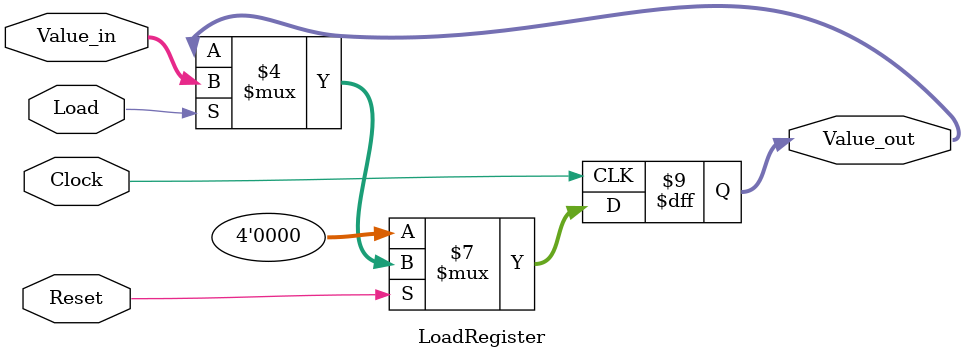
<source format=v>

module LoadRegister(Value_in, Value_out, Clock, Reset, Load);
   input [3:0] Value_in;
   input Clock, Reset;
   input Load;
   output [3:0] Value_out;


   reg [3:0] Value_out;

   always@(posedge Clock)
	begin
	   if(Reset == 1'b0)
		begin
			Value_out <= 4'b0000;
		end
	   else 
		begin
			if(Load == 1'b1)
		   		begin
		   			Value_out <= Value_in;		
		   		end
		end
	end
endmodule

</source>
